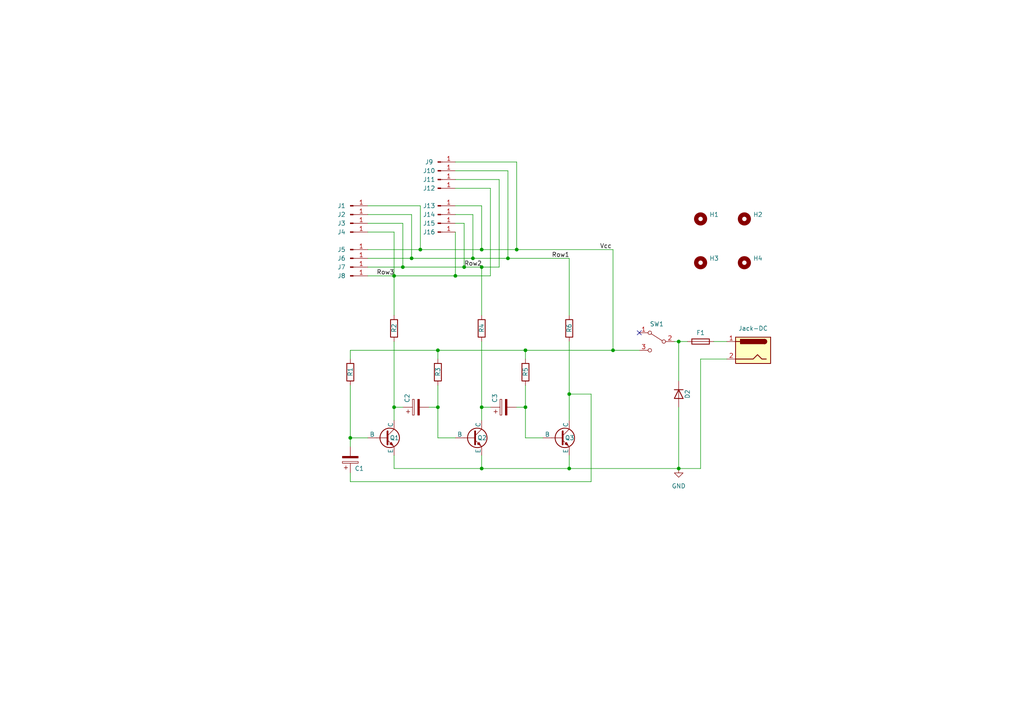
<source format=kicad_sch>
(kicad_sch (version 20230121) (generator eeschema)
  (paper "A4")
  (lib_symbols
    (symbol "Connector:Conn_01x01_Pin" (pin_names (offset 1.016) hide)
      (property "Reference" "J" (at 0 2.54 0))
      (property "Value" "Conn_01x01_Pin" (at 0 -2.54 0))
      (symbol "Conn_01x01_Pin_1_1"
        (polyline (pts (xy 1.27 0) (xy 0.8636 0)) (stroke (width 0.1524)))
        (rectangle (start 0.8636 0.127) (end 0 -0.127) (stroke (width 0.1524)) (fill (type outline)))
        (pin passive line (at 5.08 0 180) (length 3.81) (name "Pin_1") (number "1"))
      )
    )
    (symbol "Connector:Jack-DC" (pin_names (offset 1.016))
      (property "Reference" "J" (at 0 5.334 0))
      (property "Value" "Jack-DC" (at 0 -5.08 0))
      (symbol "Jack-DC_0_1"
        (rectangle (start -5.08 3.81) (end 5.08 -3.81) (stroke (width 0.254)) (fill (type background)))
        (arc (start -3.302 3.175) (mid -3.9343 2.54) (end -3.302 1.905) (stroke (width 0.254)))
        (arc (start -3.302 3.175) (mid -3.9343 2.54) (end -3.302 1.905) (stroke (width 0.254)) (fill (type outline)))
        (polyline (pts (xy 5.08 2.54) (xy 3.81 2.54)) (stroke (width 0.254)))
        (polyline (pts (xy -3.81 -2.54) (xy -2.54 -2.54) (xy -1.27 -1.27) (xy 0 -2.54) (xy 2.54 -2.54) (xy 5.08 -2.54)) (stroke (width 0.254)))
        (rectangle (start 3.683 3.175) (end -3.302 1.905) (stroke (width 0.254)) (fill (type outline)))
      )
      (symbol "Jack-DC_1_1"
        (pin passive line (at 7.62 2.54 180) (length 2.54) (name "~") (number "1"))
        (pin passive line (at 7.62 -2.54 180) (length 2.54) (name "~") (number "2"))
      )
    )
    (symbol "Device:C_Polarized" (pin_numbers hide) (pin_names (offset 0.254))
      (property "Reference" "C" (at 0.635 2.54 0))
      (property "Value" "C_Polarized" (at 0.635 -2.54 0))
      (symbol "C_Polarized_0_1"
        (rectangle (start -2.286 0.508) (end 2.286 1.016))
        (polyline (pts (xy -1.778 2.286) (xy -0.762 2.286)))
        (polyline (pts (xy -1.27 2.794) (xy -1.27 1.778)))
        (rectangle (start 2.286 -0.508) (end -2.286 -1.016) (fill (type outline)))
      )
      (symbol "C_Polarized_1_1"
        (pin passive line (at 0 3.81 270) (length 2.794) (name "~") (number "1"))
        (pin passive line (at 0 -3.81 90) (length 2.794) (name "~") (number "2"))
      )
    )
    (symbol "Device:D" (pin_numbers hide) (pin_names (offset 1.016) hide)
      (property "Reference" "D" (at 0 2.54 0))
      (property "Value" "D" (at 0 -2.54 0))
      (symbol "D_0_1"
        (polyline (pts (xy -1.27 1.27) (xy -1.27 -1.27)) (stroke (width 0.254)))
        (polyline (pts (xy 1.27 0) (xy -1.27 0)))
        (polyline (pts (xy 1.27 1.27) (xy 1.27 -1.27) (xy -1.27 0) (xy 1.27 1.27)) (stroke (width 0.254)))
      )
      (symbol "D_1_1"
        (pin passive line (at -3.81 0 0) (length 2.54) (name "K") (number "1"))
        (pin passive line (at 3.81 0 180) (length 2.54) (name "A") (number "2"))
      )
    )
    (symbol "Device:Fuse" (pin_numbers hide) (pin_names (offset 0))
      (property "Reference" "F" (at 2.032 0 90))
      (property "Value" "Fuse" (at -1.905 0 90))
      (symbol "Fuse_0_1"
        (rectangle (start -0.762 -2.54) (end 0.762 2.54) (stroke (width 0.254)))
        (polyline (pts (xy 0 2.54) (xy 0 -2.54)))
      )
      (symbol "Fuse_1_1"
        (pin passive line (at 0 3.81 270) (length 1.27) (name "~") (number "1"))
        (pin passive line (at 0 -3.81 90) (length 1.27) (name "~") (number "2"))
      )
    )
    (symbol "Device:R" (pin_numbers hide) (pin_names (offset 0))
      (property "Reference" "R" (at 2.032 0 90))
      (property "Value" "R" (at 0 0 90))
      (symbol "R_0_1"
        (rectangle (start -1.016 -2.54) (end 1.016 2.54) (stroke (width 0.254)))
      )
      (symbol "R_1_1"
        (pin passive line (at 0 3.81 270) (length 1.27) (name "~") (number "1"))
        (pin passive line (at 0 -3.81 90) (length 1.27) (name "~") (number "2"))
      )
    )
    (symbol "Mechanical:MountingHole" (pin_names (offset 1.016))
      (property "Reference" "H" (at 0 5.08 0))
      (property "Value" "MountingHole" (at 0 3.175 0))
      (symbol "MountingHole_0_1"
        (circle (center 0 0) (radius 1.27) (stroke (width 1.27)))
      )
    )
    (symbol "Simulation_SPICE:NPN" (pin_numbers hide) (pin_names (offset 0))
      (property "Reference" "Q" (at -2.54 7.62 0))
      (property "Value" "NPN" (at -2.54 5.08 0))
      (symbol "NPN_0_1"
        (polyline (pts (xy -2.54 0) (xy 0.635 0)) (stroke (width 0.1524)))
        (polyline (pts (xy 0.635 0.635) (xy 2.54 2.54)))
        (polyline (pts (xy 2.794 -1.27) (xy 2.794 -1.27)) (stroke (width 0.1524)))
        (polyline (pts (xy 2.794 -1.27) (xy 2.794 -1.27)) (stroke (width 0.1524)))
        (polyline (pts (xy 0.635 -0.635) (xy 2.54 -2.54) (xy 2.54 -2.54)))
        (polyline (pts (xy 0.635 1.905) (xy 0.635 -1.905) (xy 0.635 -1.905)) (stroke (width 0.508)))
        (polyline (pts (xy 1.27 -1.778) (xy 1.778 -1.27) (xy 2.286 -2.286) (xy 1.27 -1.778) (xy 1.27 -1.778)) (fill (type outline)))
        (circle (center 1.27 0) (radius 2.8194) (stroke (width 0.254)))
      )
      (symbol "NPN_1_1"
        (pin open_collector line (at 2.54 5.08 270) (length 2.54) (name "C") (number "1"))
        (pin input line (at -5.08 0 0) (length 2.54) (name "B") (number "2"))
        (pin open_emitter line (at 2.54 -5.08 90) (length 2.54) (name "E") (number "3"))
      )
    )
    (symbol "Switch:SW_SPDT" (pin_names (offset 0) hide)
      (property "Reference" "SW" (at 0 4.318 0))
      (property "Value" "SW_SPDT" (at 0 -5.08 0))
      (symbol "SW_SPDT_0_0"
        (circle (center -2.032 0) (radius 0.508))
        (circle (center 2.032 -2.54) (radius 0.508))
      )
      (symbol "SW_SPDT_0_1"
        (polyline (pts (xy -1.524 0.254) (xy 1.651 2.286)))
        (circle (center 2.032 2.54) (radius 0.508))
      )
      (symbol "SW_SPDT_1_1"
        (pin passive line (at 5.08 2.54 180) (length 2.54) (name "A") (number "1"))
        (pin passive line (at -5.08 0 0) (length 2.54) (name "B") (number "2"))
        (pin passive line (at 5.08 -2.54 180) (length 2.54) (name "C") (number "3"))
      )
    )
    (symbol "power:GND" (power) (pin_names (offset 0))
      (property "Value" "GND" (at 0 -3.81 0))
      (symbol "GND_0_1"
        (polyline (pts (xy 0 0) (xy 0 -1.27) (xy 1.27 -1.27) (xy 0 -2.54) (xy -1.27 -1.27) (xy 0 -1.27)))
      )
      (symbol "GND_1_1"
        (pin power_in line (at 0 0 270) (length 0) hide (name "GND") (number "1"))
      )
    )
  )
  (junction (at 147.32 74.93))
  (junction (at 116.84 77.47))
  (junction (at 149.86 72.39))
  (junction (at 196.85 135.89))
  (junction (at 137.16 74.93))
  (junction (at 134.62 77.47))
  (junction (at 127 118.11))
  (junction (at 152.4 118.11))
  (junction (at 114.3 118.11))
  (junction (at 165.1 135.89))
  (junction (at 127 101.6))
  (junction (at 121.92 72.39))
  (junction (at 196.85 99.06))
  (junction (at 177.8 101.6))
  (junction (at 119.38 74.93))
  (junction (at 152.4 101.6))
  (junction (at 139.7 118.11))
  (junction (at 139.7 135.89))
  (junction (at 132.08 80.01))
  (junction (at 101.6 127))
  (junction (at 139.7 72.39))
  (junction (at 165.1 114.3))
  (junction (at 139.7 77.47))
  (junction (at 114.3 80.01))
  (no_connect (at 185.42 96.52))
  (wire (pts (xy 106.68 67.31) (xy 114.3 67.31)))
  (wire (pts (xy 196.85 99.06) (xy 199.39 99.06)))
  (wire (pts (xy 139.7 118.11) (xy 142.24 118.11)))
  (wire (pts (xy 139.7 77.47) (xy 139.7 91.44)))
  (wire (pts (xy 114.3 80.01) (xy 114.3 91.44)))
  (wire (pts (xy 149.86 118.11) (xy 152.4 118.11)))
  (wire (pts (xy 177.8 72.39) (xy 177.8 101.6)))
  (wire (pts (xy 114.3 118.11) (xy 116.84 118.11)))
  (wire (pts (xy 177.8 101.6) (xy 185.42 101.6)))
  (wire (pts (xy 171.45 139.7) (xy 171.45 114.3)))
  (wire (pts (xy 152.4 118.11) (xy 152.4 127)))
  (wire (pts (xy 132.08 64.77) (xy 134.62 64.77)))
  (wire (pts (xy 196.85 118.11) (xy 196.85 135.89)))
  (wire (pts (xy 116.84 77.47) (xy 134.62 77.47)))
  (wire (pts (xy 165.1 114.3) (xy 165.1 99.06)))
  (wire (pts (xy 127 101.6) (xy 127 104.14)))
  (wire (pts (xy 114.3 67.31) (xy 114.3 80.01)))
  (wire (pts (xy 165.1 132.08) (xy 165.1 135.89)))
  (wire (pts (xy 144.78 52.07) (xy 144.78 77.47)))
  (wire (pts (xy 152.4 127) (xy 157.48 127)))
  (wire (pts (xy 139.7 135.89) (xy 165.1 135.89)))
  (wire (pts (xy 134.62 77.47) (xy 139.7 77.47)))
  (wire (pts (xy 132.08 80.01) (xy 142.24 80.01)))
  (wire (pts (xy 127 127) (xy 132.08 127)))
  (wire (pts (xy 165.1 74.93) (xy 165.1 91.44)))
  (wire (pts (xy 114.3 132.08) (xy 114.3 135.89)))
  (wire (pts (xy 147.32 74.93) (xy 165.1 74.93)))
  (wire (pts (xy 171.45 114.3) (xy 165.1 114.3)))
  (wire (pts (xy 147.32 49.53) (xy 147.32 74.93)))
  (wire (pts (xy 144.78 77.47) (xy 139.7 77.47)))
  (wire (pts (xy 121.92 59.69) (xy 121.92 72.39)))
  (wire (pts (xy 106.68 74.93) (xy 119.38 74.93)))
  (wire (pts (xy 149.86 46.99) (xy 149.86 72.39)))
  (wire (pts (xy 152.4 104.14) (xy 152.4 101.6)))
  (wire (pts (xy 101.6 111.76) (xy 101.6 127)))
  (wire (pts (xy 139.7 99.06) (xy 139.7 118.11)))
  (wire (pts (xy 177.8 101.6) (xy 152.4 101.6)))
  (wire (pts (xy 119.38 62.23) (xy 119.38 74.93)))
  (wire (pts (xy 132.08 62.23) (xy 137.16 62.23)))
  (wire (pts (xy 165.1 114.3) (xy 165.1 121.92)))
  (wire (pts (xy 132.08 52.07) (xy 144.78 52.07)))
  (wire (pts (xy 207.01 99.06) (xy 210.82 99.06)))
  (wire (pts (xy 101.6 139.7) (xy 171.45 139.7)))
  (wire (pts (xy 132.08 67.31) (xy 132.08 80.01)))
  (wire (pts (xy 139.7 118.11) (xy 139.7 121.92)))
  (wire (pts (xy 149.86 72.39) (xy 177.8 72.39)))
  (wire (pts (xy 106.68 80.01) (xy 114.3 80.01)))
  (wire (pts (xy 137.16 74.93) (xy 147.32 74.93)))
  (wire (pts (xy 165.1 135.89) (xy 196.85 135.89)))
  (wire (pts (xy 114.3 135.89) (xy 139.7 135.89)))
  (wire (pts (xy 101.6 137.16) (xy 101.6 139.7)))
  (wire (pts (xy 132.08 59.69) (xy 139.7 59.69)))
  (wire (pts (xy 114.3 99.06) (xy 114.3 118.11)))
  (wire (pts (xy 203.2 104.14) (xy 203.2 135.89)))
  (wire (pts (xy 132.08 49.53) (xy 147.32 49.53)))
  (wire (pts (xy 101.6 127) (xy 106.68 127)))
  (wire (pts (xy 114.3 118.11) (xy 114.3 121.92)))
  (wire (pts (xy 196.85 99.06) (xy 196.85 110.49)))
  (wire (pts (xy 106.68 62.23) (xy 119.38 62.23)))
  (wire (pts (xy 203.2 135.89) (xy 196.85 135.89)))
  (wire (pts (xy 134.62 64.77) (xy 134.62 77.47)))
  (wire (pts (xy 139.7 132.08) (xy 139.7 135.89)))
  (wire (pts (xy 127 111.76) (xy 127 118.11)))
  (wire (pts (xy 101.6 129.54) (xy 101.6 127)))
  (wire (pts (xy 132.08 46.99) (xy 149.86 46.99)))
  (wire (pts (xy 139.7 72.39) (xy 149.86 72.39)))
  (wire (pts (xy 124.46 118.11) (xy 127 118.11)))
  (wire (pts (xy 127 101.6) (xy 152.4 101.6)))
  (wire (pts (xy 121.92 72.39) (xy 139.7 72.39)))
  (wire (pts (xy 132.08 54.61) (xy 142.24 54.61)))
  (wire (pts (xy 139.7 59.69) (xy 139.7 72.39)))
  (wire (pts (xy 137.16 62.23) (xy 137.16 74.93)))
  (wire (pts (xy 106.68 72.39) (xy 121.92 72.39)))
  (wire (pts (xy 127 118.11) (xy 127 127)))
  (wire (pts (xy 195.58 99.06) (xy 196.85 99.06)))
  (wire (pts (xy 106.68 64.77) (xy 116.84 64.77)))
  (wire (pts (xy 114.3 80.01) (xy 132.08 80.01)))
  (wire (pts (xy 106.68 59.69) (xy 121.92 59.69)))
  (wire (pts (xy 101.6 104.14) (xy 101.6 101.6)))
  (wire (pts (xy 119.38 74.93) (xy 137.16 74.93)))
  (wire (pts (xy 152.4 111.76) (xy 152.4 118.11)))
  (wire (pts (xy 142.24 54.61) (xy 142.24 80.01)))
  (wire (pts (xy 210.82 104.14) (xy 203.2 104.14)))
  (wire (pts (xy 106.68 77.47) (xy 116.84 77.47)))
  (wire (pts (xy 116.84 64.77) (xy 116.84 77.47)))
  (wire (pts (xy 101.6 101.6) (xy 127 101.6)))
  (label "Vcc" (at 173.99 72.39 0))
  (label "Row2" (at 134.62 77.47 0))
  (label "Row3" (at 109.22 80.01 0))
  (label "Row1" (at 160.02 74.93 0))
  (symbol (lib_id "Simulation_SPICE:NPN") (at 111.76 127 0) (unit 1)
    (property "Reference" "Q1" (at 113.03 127 0) (effects (justify left)))
    (property "Value" "NPN" (effects hide))
    (property "Footprint" "Package_TO_SOT_THT:TO-92_Inline_Wide" (effects hide))
    (property "Sim.Device" "NPN" (effects hide))
    (property "Sim.Type" "GUMMELPOON" (effects hide))
    (property "Sim.Pins" "1=C 2=B 3=E" (effects hide))
  )
  (symbol (lib_id "Connector:Conn_01x01_Pin") (at 127 67.31 0) (unit 1)
    (property "Reference" "J16" (at 124.46 67.31 0))
    (property "Value" "Conn_01x01_Pin" (effects hide))
    (property "Footprint" "TestPoint:TestPoint_Pad_2.0x2.0mm" (effects hide))
  )
  (symbol (lib_id "Connector:Conn_01x01_Pin") (at 127 62.23 0) (unit 1)
    (property "Reference" "J14" (at 124.46 62.23 0))
    (property "Value" "Conn_01x01_Pin" (effects hide))
    (property "Footprint" "TestPoint:TestPoint_Pad_2.0x2.0mm" (effects hide))
  )
  (symbol (lib_id "Connector:Conn_01x01_Pin") (at 127 46.99 0) (unit 1)
    (property "Reference" "J9" (at 124.46 46.99 0))
    (property "Value" "Conn_01x01_Pin" (effects hide))
    (property "Footprint" "TestPoint:TestPoint_Pad_2.0x2.0mm" (effects hide))
  )
  (symbol (lib_id "Simulation_SPICE:NPN") (at 162.56 127 0) (unit 1)
    (property "Reference" "Q3" (at 163.83 127 0) (effects (justify left)))
    (property "Value" "NPN" (effects hide))
    (property "Footprint" "Package_TO_SOT_THT:TO-92_Inline_Wide" (effects hide))
    (property "Sim.Device" "NPN" (effects hide))
    (property "Sim.Type" "GUMMELPOON" (effects hide))
    (property "Sim.Pins" "1=C 2=B 3=E" (effects hide))
  )
  (symbol (lib_id "Device:R") (at 165.1 95.25 0) (unit 1)
    (property "Reference" "R6" (at 165.1 96.52 90) (effects (justify left)))
    (property "Value" "R" (effects hide))
    (property "Footprint" "Resistor_THT:R_Axial_DIN0207_L6.3mm_D2.5mm_P10.16mm_Horizontal" (effects hide))
  )
  (symbol (lib_id "Mechanical:MountingHole") (at 215.9 63.5 0) (unit 1)
    (property "Reference" "H2" (at 218.44 62.23 0) (effects (justify left)))
    (property "Footprint" "MountingHole:MountingHole_3.2mm_M3" (effects hide))
  )
  (symbol (lib_id "Mechanical:MountingHole") (at 203.2 76.2 0) (unit 1)
    (property "Reference" "H3" (at 205.74 74.93 0) (effects (justify left)))
    (property "Footprint" "MountingHole:MountingHole_3.2mm_M3" (effects hide))
  )
  (symbol (lib_id "Connector:Conn_01x01_Pin") (at 127 49.53 0) (unit 1)
    (property "Reference" "J10" (at 124.46 49.53 0))
    (property "Value" "Conn_01x01_Pin" (effects hide))
    (property "Footprint" "TestPoint:TestPoint_Pad_2.0x2.0mm" (effects hide))
  )
  (symbol (lib_id "Device:Fuse") (at 203.2 99.06 90) (unit 1)
    (property "Reference" "F1" (at 203.2 96.52 90))
    (property "Value" "500mA" (effects hide))
    (property "Footprint" "Fuse:Fuse_Bourns_MF-RG300" (effects hide))
  )
  (symbol (lib_id "Connector:Conn_01x01_Pin") (at 101.6 74.93 0) (unit 1)
    (property "Reference" "J6" (at 99.06 74.93 0))
    (property "Value" "Conn_01x01_Pin" (effects hide))
    (property "Footprint" "TestPoint:TestPoint_Pad_2.0x2.0mm" (effects hide))
  )
  (symbol (lib_id "Simulation_SPICE:NPN") (at 137.16 127 0) (unit 1)
    (property "Reference" "Q2" (at 138.43 127 0) (effects (justify left)))
    (property "Value" "NPN" (effects hide))
    (property "Footprint" "Package_TO_SOT_THT:TO-92_Inline_Wide" (effects hide))
    (property "Sim.Device" "NPN" (effects hide))
    (property "Sim.Type" "GUMMELPOON" (effects hide))
    (property "Sim.Pins" "1=C 2=B 3=E" (effects hide))
  )
  (symbol (lib_id "Connector:Conn_01x01_Pin") (at 101.6 64.77 0) (unit 1)
    (property "Reference" "J3" (at 99.06 64.77 0))
    (property "Value" "Conn_01x01_Pin" (effects hide))
    (property "Footprint" "TestPoint:TestPoint_Pad_2.0x2.0mm" (effects hide))
  )
  (symbol (lib_id "Connector:Conn_01x01_Pin") (at 127 59.69 0) (unit 1)
    (property "Reference" "J13" (at 124.46 59.69 0))
    (property "Value" "Conn_01x01_Pin" (effects hide))
    (property "Footprint" "TestPoint:TestPoint_Pad_2.0x2.0mm" (effects hide))
  )
  (symbol (lib_id "Device:R") (at 114.3 95.25 0) (unit 1)
    (property "Reference" "R2" (at 114.3 96.52 90) (effects (justify left)))
    (property "Value" "R" (effects hide))
    (property "Footprint" "Resistor_THT:R_Axial_DIN0207_L6.3mm_D2.5mm_P10.16mm_Horizontal" (effects hide))
  )
  (symbol (lib_id "Mechanical:MountingHole") (at 203.2 63.5 0) (unit 1)
    (property "Reference" "H1" (at 205.74 62.23 0) (effects (justify left)))
    (property "Footprint" "MountingHole:MountingHole_3.2mm_M3" (effects hide))
  )
  (symbol (lib_id "Device:C_Polarized") (at 120.65 118.11 90) (unit 1)
    (property "Reference" "C2" (at 118.11 116.84 0) (effects (justify left)))
    (property "Value" "22u" (effects hide))
    (property "Footprint" "Capacitor_THT:CP_Radial_D6.3mm_P2.50mm" (effects hide))
  )
  (symbol (lib_id "Connector:Jack-DC") (at 218.44 101.6 0) (mirror y) (unit 1)
    (property "Reference" "J17" (effects hide))
    (property "Value" "Jack-DC" (at 218.44 95.25 0))
    (property "Footprint" "Connector_BarrelJack:BarrelJack_Horizontal" (effects hide))
  )
  (symbol (lib_id "Connector:Conn_01x01_Pin") (at 101.6 80.01 0) (unit 1)
    (property "Reference" "J8" (at 99.06 80.01 0))
    (property "Value" "Conn_01x01_Pin" (effects hide))
    (property "Footprint" "TestPoint:TestPoint_Pad_2.0x2.0mm" (effects hide))
  )
  (symbol (lib_id "Connector:Conn_01x01_Pin") (at 101.6 59.69 0) (unit 1)
    (property "Reference" "J1" (at 99.06 59.69 0))
    (property "Value" "Conn_01x01_Pin" (effects hide))
    (property "Footprint" "TestPoint:TestPoint_Pad_2.0x2.0mm" (effects hide))
  )
  (symbol (lib_id "Connector:Conn_01x01_Pin") (at 101.6 77.47 0) (unit 1)
    (property "Reference" "J7" (at 99.06 77.47 0))
    (property "Value" "Conn_01x01_Pin" (effects hide))
    (property "Footprint" "TestPoint:TestPoint_Pad_2.0x2.0mm" (effects hide))
  )
  (symbol (lib_id "Device:D") (at 196.85 114.3 270) (unit 1)
    (property "Reference" "D2" (at 199.39 114.3 0))
    (property "Value" "D" (effects hide))
    (property "Footprint" "Diode_THT:D_A-405_P10.16mm_Horizontal" (effects hide))
    (property "Sim.Device" "D" (effects hide))
    (property "Sim.Pins" "1=K 2=A" (effects hide))
  )
  (symbol (lib_id "Switch:SW_SPDT") (at 190.5 99.06 0) (mirror y) (unit 1)
    (property "Reference" "SW1" (at 190.5 93.98 0))
    (property "Value" "SW_SPDT" (effects hide))
    (property "Footprint" "Button_Switch_THT:SW_CuK_OS102011MA1QN1_SPDT_Angled" (effects hide))
  )
  (symbol (lib_id "Connector:Conn_01x01_Pin") (at 101.6 72.39 0) (unit 1)
    (property "Reference" "J5" (at 99.06 72.39 0))
    (property "Value" "Conn_01x01_Pin" (effects hide))
    (property "Footprint" "TestPoint:TestPoint_Pad_2.0x2.0mm" (effects hide))
  )
  (symbol (lib_id "Connector:Conn_01x01_Pin") (at 101.6 62.23 0) (unit 1)
    (property "Reference" "J2" (at 99.06 62.23 0))
    (property "Value" "Conn_01x01_Pin" (effects hide))
    (property "Footprint" "TestPoint:TestPoint_Pad_2.0x2.0mm" (effects hide))
  )
  (symbol (lib_id "Device:R") (at 101.6 107.95 0) (unit 1)
    (property "Reference" "R1" (at 101.6 109.22 90) (effects (justify left)))
    (property "Value" "10k" (effects hide))
    (property "Footprint" "Resistor_THT:R_Axial_DIN0207_L6.3mm_D2.5mm_P10.16mm_Horizontal" (effects hide))
  )
  (symbol (lib_id "Device:R") (at 127 107.95 0) (unit 1)
    (property "Reference" "R3" (at 127 109.22 90) (effects (justify left)))
    (property "Value" "10k" (effects hide))
    (property "Footprint" "Resistor_THT:R_Axial_DIN0207_L6.3mm_D2.5mm_P10.16mm_Horizontal" (effects hide))
  )
  (symbol (lib_id "Connector:Conn_01x01_Pin") (at 127 54.61 0) (unit 1)
    (property "Reference" "J12" (at 124.46 54.61 0))
    (property "Value" "Conn_01x01_Pin" (effects hide))
    (property "Footprint" "TestPoint:TestPoint_Pad_2.0x2.0mm" (effects hide))
  )
  (symbol (lib_id "Device:R") (at 139.7 95.25 0) (unit 1)
    (property "Reference" "R4" (at 139.7 96.52 90) (effects (justify left)))
    (property "Value" "R" (effects hide))
    (property "Footprint" "Resistor_THT:R_Axial_DIN0207_L6.3mm_D2.5mm_P10.16mm_Horizontal" (effects hide))
  )
  (symbol (lib_id "power:GND") (at 196.85 135.89 0) (unit 1)
    (property "Reference" "#PWR01" (effects hide))
    (property "Value" "GND" (at 196.85 140.97 0))
  )
  (symbol (lib_id "Connector:Conn_01x01_Pin") (at 127 64.77 0) (unit 1)
    (property "Reference" "J15" (at 124.46 64.77 0))
    (property "Value" "Conn_01x01_Pin" (effects hide))
    (property "Footprint" "TestPoint:TestPoint_Pad_2.0x2.0mm" (effects hide))
  )
  (symbol (lib_id "Device:R") (at 152.4 107.95 0) (unit 1)
    (property "Reference" "R5" (at 152.4 109.22 90) (effects (justify left)))
    (property "Value" "10k" (effects hide))
    (property "Footprint" "Resistor_THT:R_Axial_DIN0207_L6.3mm_D2.5mm_P10.16mm_Horizontal" (effects hide))
  )
  (symbol (lib_id "Device:C_Polarized") (at 146.05 118.11 90) (unit 1)
    (property "Reference" "C3" (at 143.51 116.84 0) (effects (justify left)))
    (property "Value" "22u" (effects hide))
    (property "Footprint" "Capacitor_THT:CP_Radial_D6.3mm_P2.50mm" (effects hide))
  )
  (symbol (lib_id "Mechanical:MountingHole") (at 215.9 76.2 0) (unit 1)
    (property "Reference" "H4" (at 218.44 74.93 0) (effects (justify left)))
    (property "Footprint" "MountingHole:MountingHole_3.2mm_M3" (effects hide))
  )
  (symbol (lib_id "Connector:Conn_01x01_Pin") (at 127 52.07 0) (unit 1)
    (property "Reference" "J11" (at 124.46 52.07 0))
    (property "Value" "Conn_01x01_Pin" (effects hide))
    (property "Footprint" "TestPoint:TestPoint_Pad_2.0x2.0mm" (effects hide))
  )
  (symbol (lib_id "Connector:Conn_01x01_Pin") (at 101.6 67.31 0) (unit 1)
    (property "Reference" "J4" (at 99.06 67.31 0))
    (property "Value" "Conn_01x01_Pin" (effects hide))
    (property "Footprint" "TestPoint:TestPoint_Pad_2.0x2.0mm" (effects hide))
  )
  (symbol (lib_id "Device:C_Polarized") (at 101.6 133.35 0) (mirror x) (unit 1)
    (property "Reference" "C1" (at 102.87 135.89 0) (effects (justify left)))
    (property "Value" "22u" (effects hide))
    (property "Footprint" "Capacitor_THT:CP_Radial_D6.3mm_P2.50mm" (effects hide))
  )
)
</source>
